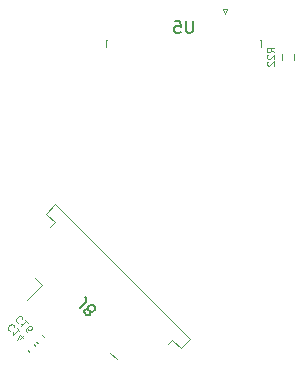
<source format=gbr>
%TF.GenerationSoftware,KiCad,Pcbnew,(6.0.4)*%
%TF.CreationDate,2022-07-15T16:37:12+08:00*%
%TF.ProjectId,SmartKnob_Screen,536d6172-744b-46e6-9f62-5f5363726565,rev?*%
%TF.SameCoordinates,Original*%
%TF.FileFunction,Legend,Bot*%
%TF.FilePolarity,Positive*%
%FSLAX46Y46*%
G04 Gerber Fmt 4.6, Leading zero omitted, Abs format (unit mm)*
G04 Created by KiCad (PCBNEW (6.0.4)) date 2022-07-15 16:37:12*
%MOMM*%
%LPD*%
G01*
G04 APERTURE LIST*
%ADD10C,0.100000*%
%ADD11C,0.150000*%
%ADD12C,0.120000*%
G04 APERTURE END LIST*
D10*
%TO.C,R22*%
X205401616Y-53261249D02*
X205115902Y-53061249D01*
X205401616Y-52918392D02*
X204801616Y-52918392D01*
X204801616Y-53146964D01*
X204830188Y-53204106D01*
X204858759Y-53232678D01*
X204915902Y-53261249D01*
X205001616Y-53261249D01*
X205058759Y-53232678D01*
X205087330Y-53204106D01*
X205115902Y-53146964D01*
X205115902Y-52918392D01*
X204858759Y-53489821D02*
X204830188Y-53518392D01*
X204801616Y-53575535D01*
X204801616Y-53718392D01*
X204830188Y-53775535D01*
X204858759Y-53804106D01*
X204915902Y-53832678D01*
X204973045Y-53832678D01*
X205058759Y-53804106D01*
X205401616Y-53461249D01*
X205401616Y-53832678D01*
X204858759Y-54061249D02*
X204830188Y-54089821D01*
X204801616Y-54146964D01*
X204801616Y-54289821D01*
X204830188Y-54346964D01*
X204858759Y-54375535D01*
X204915902Y-54404106D01*
X204973045Y-54404106D01*
X205058759Y-54375535D01*
X205401616Y-54032678D01*
X205401616Y-54404106D01*
%TO.C,C16*%
X184097443Y-75816267D02*
X184097443Y-75775861D01*
X184057037Y-75695049D01*
X184016631Y-75654643D01*
X183935819Y-75614237D01*
X183855007Y-75614237D01*
X183794397Y-75634440D01*
X183693382Y-75695049D01*
X183632773Y-75755658D01*
X183572164Y-75856674D01*
X183551961Y-75917283D01*
X183551961Y-75998095D01*
X183592367Y-76078907D01*
X183632773Y-76119313D01*
X183713585Y-76159719D01*
X183753991Y-76159719D01*
X184541910Y-76179922D02*
X184299474Y-75937486D01*
X184420692Y-76058704D02*
X183996428Y-76482968D01*
X184016631Y-76381953D01*
X184016631Y-76301141D01*
X183996428Y-76240531D01*
X184481301Y-76967841D02*
X184400489Y-76887029D01*
X184380286Y-76826420D01*
X184380286Y-76786014D01*
X184400489Y-76684999D01*
X184461098Y-76583983D01*
X184622723Y-76422359D01*
X184683332Y-76402156D01*
X184723738Y-76402156D01*
X184784347Y-76422359D01*
X184865159Y-76503171D01*
X184885362Y-76563780D01*
X184885362Y-76604186D01*
X184865159Y-76664796D01*
X184764144Y-76765811D01*
X184703535Y-76786014D01*
X184663129Y-76786014D01*
X184602519Y-76765811D01*
X184521707Y-76684999D01*
X184501504Y-76624389D01*
X184501504Y-76583983D01*
X184521707Y-76523374D01*
D11*
%TO.C,U5*%
X198512092Y-50629344D02*
X198512092Y-51438868D01*
X198464473Y-51534106D01*
X198416854Y-51581725D01*
X198321616Y-51629344D01*
X198131140Y-51629344D01*
X198035902Y-51581725D01*
X197988283Y-51534106D01*
X197940664Y-51438868D01*
X197940664Y-50629344D01*
X196988283Y-50629344D02*
X197464473Y-50629344D01*
X197512092Y-51105535D01*
X197464473Y-51057916D01*
X197369235Y-51010297D01*
X197131140Y-51010297D01*
X197035902Y-51057916D01*
X196988283Y-51105535D01*
X196940664Y-51200773D01*
X196940664Y-51438868D01*
X196988283Y-51534106D01*
X197035902Y-51581725D01*
X197131140Y-51629344D01*
X197369235Y-51629344D01*
X197464473Y-51581725D01*
X197512092Y-51534106D01*
D10*
%TO.C,C14*%
X183397443Y-76516267D02*
X183397443Y-76475861D01*
X183357037Y-76395049D01*
X183316631Y-76354643D01*
X183235819Y-76314237D01*
X183155007Y-76314237D01*
X183094397Y-76334440D01*
X182993382Y-76395049D01*
X182932773Y-76455658D01*
X182872164Y-76556674D01*
X182851961Y-76617283D01*
X182851961Y-76698095D01*
X182892367Y-76778907D01*
X182932773Y-76819313D01*
X183013585Y-76859719D01*
X183053991Y-76859719D01*
X183841910Y-76879922D02*
X183599474Y-76637486D01*
X183720692Y-76758704D02*
X183296428Y-77182968D01*
X183316631Y-77081953D01*
X183316631Y-77001141D01*
X183296428Y-76940531D01*
X183922723Y-77526420D02*
X184205565Y-77243577D01*
X183660083Y-77587029D02*
X183862113Y-77182968D01*
X184124753Y-77445608D01*
D11*
%TO.C,J8*%
X188932166Y-74928486D02*
X189437242Y-74423410D01*
X189504586Y-74288723D01*
X189504586Y-74154036D01*
X189437242Y-74019349D01*
X189369899Y-73952006D01*
X189672945Y-75063173D02*
X189571929Y-75029502D01*
X189504586Y-75029502D01*
X189403571Y-75063173D01*
X189369899Y-75096845D01*
X189336227Y-75197860D01*
X189336227Y-75265204D01*
X189369899Y-75366219D01*
X189504586Y-75500906D01*
X189605601Y-75534578D01*
X189672945Y-75534578D01*
X189773960Y-75500906D01*
X189807632Y-75467234D01*
X189841303Y-75366219D01*
X189841303Y-75298876D01*
X189807632Y-75197860D01*
X189672945Y-75063173D01*
X189639273Y-74962158D01*
X189639273Y-74894815D01*
X189672945Y-74793799D01*
X189807632Y-74659112D01*
X189908647Y-74625441D01*
X189975990Y-74625441D01*
X190077006Y-74659112D01*
X190211693Y-74793799D01*
X190245364Y-74894815D01*
X190245364Y-74962158D01*
X190211693Y-75063173D01*
X190077006Y-75197860D01*
X189975990Y-75231532D01*
X189908647Y-75231532D01*
X189807632Y-75197860D01*
D12*
%TO.C,R22*%
X207082688Y-53409706D02*
X207082688Y-53884222D01*
X206037688Y-53409706D02*
X206037688Y-53884222D01*
%TO.C,C16*%
X185376787Y-77907774D02*
X185224284Y-77755271D01*
X185885904Y-77398657D02*
X185733401Y-77246154D01*
%TO.C,U5*%
X204325188Y-52221964D02*
X204325188Y-52821964D01*
X201450188Y-49631964D02*
X201250188Y-50031964D01*
X201050188Y-49631964D02*
X201450188Y-49631964D01*
X191175188Y-52221964D02*
X191175188Y-52821964D01*
X201250188Y-50031964D02*
X201050188Y-49631964D01*
X191285188Y-52221964D02*
X191175188Y-52221964D01*
X204215188Y-52221964D02*
X204325188Y-52221964D01*
%TO.C,C14*%
X184676787Y-78607774D02*
X184524284Y-78455271D01*
X185185904Y-78098657D02*
X185033401Y-77946154D01*
%TO.C,J8*%
X197507030Y-78337731D02*
X198291919Y-77552843D01*
X198291919Y-77552843D02*
X186879215Y-66140139D01*
X191486016Y-78694820D02*
X192069379Y-79278183D01*
X186094327Y-66925028D02*
X186819111Y-67649812D01*
X196782246Y-77612947D02*
X197507030Y-78337731D01*
X185737238Y-72946042D02*
X184464446Y-74218834D01*
X196400408Y-77994785D02*
X196782246Y-77612947D01*
X185153875Y-72362679D02*
X185737238Y-72946042D01*
X186819111Y-67649812D02*
X186437273Y-68031650D01*
X186879215Y-66140139D02*
X186094327Y-66925028D01*
%TD*%
M02*

</source>
